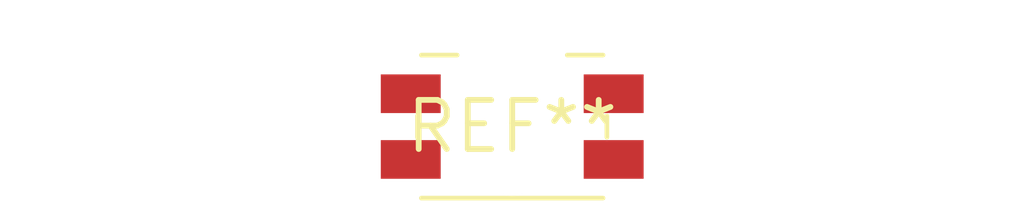
<source format=kicad_pcb>
(kicad_pcb (version 20240108) (generator pcbnew)
  (layers (0 "F.Cu" signal) (31 "B.Cu" signal) (34 "B.Paste" user) (35 "F.Paste" user) (36 "B.SilkS" user "B.Silkscreen") (37 "F.SilkS" user "F.Silkscreen") (38 "B.Mask" user) (39 "F.Mask" user) (44 "Edge.Cuts" user))
  (net 0 "")
  (footprint "Panasonic_EVQPUL_EVQPUC" (layer "F.Cu") (at 0 0)
    (property "Reference" "REF**")
    (property "Value" "Panasonic_EVQPUL_EVQPUC")
    (fp_line (start -2.45 0.275) (end -2.45 -0.275) (layer "F.SilkS") (stroke (width 0.12)))
    (fp_line (start -1.425 -1.85) (end -2.35 -1.85) (layer "F.SilkS") (stroke (width 0.12)))
    (fp_line (start 2.35 -1.85) (end 1.425 -1.85) (layer "F.SilkS") (stroke (width 0.12)))
    (fp_line (start 2.35 1.85) (end -2.35 1.85) (layer "F.SilkS") (stroke (width 0.12)))
    (fp_line (start 2.45 0.275) (end 2.45 -0.275) (layer "F.SilkS") (stroke (width 0.12)))
    (pad "" np_thru_hole circle (at 0 -1.375 180) (size 0.75 0.75) (drill 0.75) (layers *.Cu *.Mask))
    (pad "" np_thru_hole circle (at 0 1.375 180) (size 0.75 0.75) (drill 0.75) (layers *.Cu *.Mask))
    (pad "1" smd rect (at -2.625 -0.85 180) (size 1.55 1) (layers "F.Cu" "F.Paste" "F.Mask"))
    (pad "1" smd rect (at 2.625 -0.85 180) (size 1.55 1) (layers "F.Cu" "F.Paste" "F.Mask"))
    (pad "2" smd rect (at -2.625 0.85 180) (size 1.55 1) (layers "F.Cu" "F.Paste" "F.Mask"))
    (pad "2" smd rect (at 2.625 0.85 180) (size 1.55 1) (layers "F.Cu" "F.Paste" "F.Mask"))
  )
)
</source>
